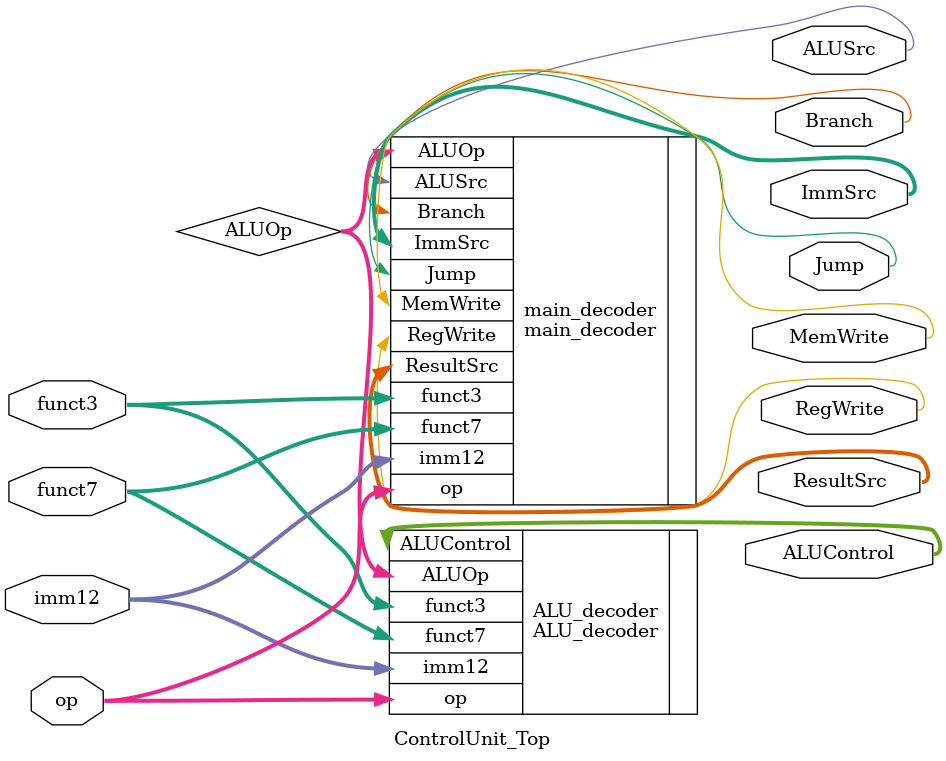
<source format=sv>
`timescale 1ns / 1ps

// `include "ALU_decoder.sv"
// `include "main_decoder.sv"

module ControlUnit_Top(
    input logic [6:0] op,
    input logic [6:0] funct7,
    input logic [2:0] funct3,
    input logic [11:0] imm12,
    output logic RegWrite, ALUSrc, MemWrite,
    output logic [2:0] ImmSrc,
    output logic [1:0] ResultSrc,
    output logic [3:0] ALUControl,
    output logic Branch,
    output logic Jump
    );
    
    logic [1:0] ALUOp;
    
    main_decoder main_decoder(
        .op(op),
        .funct3(funct3),
        .funct7(funct7),
        .imm12(imm12),
        .Branch(Branch),
        .MemWrite(MemWrite),
        .ALUSrc(ALUSrc),
        .RegWrite(RegWrite),
        .ResultSrc(ResultSrc),
        .ALUOp(ALUOp),
        .ImmSrc(ImmSrc),
        .Jump(Jump) 
    );
    
    ALU_decoder ALU_decoder(
        .ALUOp(ALUOp),
        .funct3(funct3),
        .funct7(funct7),
        .imm12(imm12),
        .op(op),
        .ALUControl(ALUControl)
    );

    
endmodule

</source>
